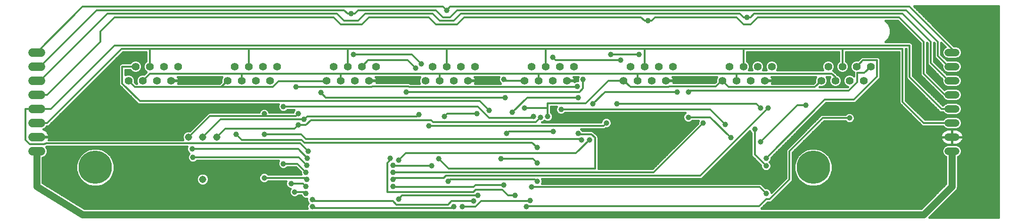
<source format=gbl>
G75*
%MOIN*%
%OFA0B0*%
%FSLAX24Y24*%
%IPPOS*%
%LPD*%
%AMOC8*
5,1,8,0,0,1.08239X$1,22.5*
%
%ADD10C,0.0554*%
%ADD11C,0.0520*%
%ADD12C,0.0600*%
%ADD13C,0.0515*%
%ADD14C,0.0160*%
%ADD15C,0.0400*%
%ADD16C,0.0140*%
%ADD17C,0.0120*%
%ADD18C,0.0390*%
%ADD19C,0.0396*%
%ADD20C,0.0500*%
%ADD21C,0.2362*%
D10*
X013583Y010180D03*
X014583Y010180D03*
X015583Y010180D03*
X016583Y010180D03*
X016083Y011180D03*
X017083Y011180D03*
X015083Y011180D03*
X014083Y011180D03*
X020583Y010180D03*
X021583Y010180D03*
X022583Y010180D03*
X023583Y010180D03*
X023083Y011180D03*
X022083Y011180D03*
X021083Y011180D03*
X024083Y011180D03*
X027583Y010180D03*
X028583Y010180D03*
X029583Y010180D03*
X030583Y010180D03*
X030083Y011180D03*
X029083Y011180D03*
X028083Y011180D03*
X031083Y011180D03*
X034583Y010180D03*
X035583Y010180D03*
X036583Y010180D03*
X037583Y010180D03*
X037083Y011180D03*
X038083Y011180D03*
X036083Y011180D03*
X035083Y011180D03*
X041583Y010180D03*
X042583Y010180D03*
X043583Y010180D03*
X044583Y010180D03*
X044083Y011180D03*
X045083Y011180D03*
X043083Y011180D03*
X042083Y011180D03*
X048583Y010180D03*
X049583Y010180D03*
X050583Y010180D03*
X051583Y010180D03*
X051083Y011180D03*
X050083Y011180D03*
X049083Y011180D03*
X052083Y011180D03*
X055583Y010180D03*
X056583Y010180D03*
X057583Y010180D03*
X058583Y010180D03*
X058083Y011180D03*
X057083Y011180D03*
X056083Y011180D03*
X059083Y011180D03*
X062583Y010180D03*
X063583Y010180D03*
X064583Y010180D03*
X065583Y010180D03*
X065083Y011180D03*
X066083Y011180D03*
X064083Y011180D03*
X063083Y011180D03*
D11*
X071573Y011180D02*
X072093Y011180D01*
X072093Y012180D02*
X071573Y012180D01*
X071573Y010180D02*
X072093Y010180D01*
X072093Y009180D02*
X071573Y009180D01*
X071573Y008180D02*
X072093Y008180D01*
X072093Y007180D02*
X071573Y007180D01*
X071573Y006180D02*
X072093Y006180D01*
X072093Y005180D02*
X071573Y005180D01*
D12*
X007383Y005180D02*
X006783Y005180D01*
X006783Y006180D02*
X007383Y006180D01*
X007383Y007180D02*
X006783Y007180D01*
X006783Y008180D02*
X007383Y008180D01*
X007383Y009180D02*
X006783Y009180D01*
X006783Y010180D02*
X007383Y010180D01*
X007383Y011180D02*
X006783Y011180D01*
X006783Y012180D02*
X007383Y012180D01*
D13*
X017833Y006180D03*
X018833Y006180D03*
X019833Y006180D03*
X018833Y003180D03*
D14*
X024882Y002558D02*
X008103Y002558D01*
X007845Y002716D02*
X010841Y002716D01*
X010713Y002750D02*
X011060Y002657D01*
X011418Y002657D01*
X011764Y002750D01*
X012075Y002929D01*
X012328Y003183D01*
X012507Y003493D01*
X012600Y003839D01*
X012600Y004198D01*
X012507Y004544D01*
X012328Y004854D01*
X012075Y005108D01*
X011764Y005287D01*
X011418Y005380D01*
X011060Y005380D01*
X010713Y005287D01*
X010403Y005108D01*
X010150Y004854D01*
X009970Y004544D01*
X009878Y004198D01*
X009878Y003839D01*
X009970Y003493D01*
X010150Y003183D01*
X010403Y002929D01*
X010713Y002750D01*
X010498Y002875D02*
X007588Y002875D01*
X007513Y002920D02*
X007513Y004714D01*
X007655Y004773D01*
X007790Y004908D01*
X007863Y005085D01*
X007863Y005275D01*
X007790Y005452D01*
X007764Y005478D01*
X007813Y005490D01*
X017744Y005490D01*
X017708Y005405D01*
X017708Y005255D01*
X017765Y005118D01*
X017871Y005012D01*
X017881Y005008D01*
X017815Y004942D01*
X017758Y004805D01*
X017758Y004655D01*
X017815Y004518D01*
X017921Y004412D01*
X018059Y004355D01*
X018208Y004355D01*
X018346Y004412D01*
X018424Y004490D01*
X024214Y004490D01*
X024158Y004355D01*
X024158Y004205D01*
X024215Y004068D01*
X024321Y003962D01*
X024459Y003905D01*
X024608Y003905D01*
X024746Y003962D01*
X024824Y004040D01*
X025434Y004040D01*
X025758Y003716D01*
X025758Y003605D01*
X025794Y003520D01*
X023474Y003520D01*
X023396Y003598D01*
X023258Y003655D01*
X023109Y003655D01*
X022971Y003598D01*
X022865Y003492D01*
X022808Y003355D01*
X022808Y003205D01*
X022865Y003068D01*
X022971Y002962D01*
X023109Y002905D01*
X023258Y002905D01*
X023396Y002962D01*
X023474Y003040D01*
X024744Y003040D01*
X024708Y002955D01*
X024708Y002805D01*
X024765Y002668D01*
X024871Y002562D01*
X025009Y002505D01*
X025028Y002505D01*
X025015Y002492D01*
X024958Y002355D01*
X024958Y002205D01*
X025015Y002068D01*
X025121Y001962D01*
X025259Y001905D01*
X025408Y001905D01*
X025546Y001962D01*
X025624Y002040D01*
X025785Y002040D01*
X025815Y001968D01*
X025921Y001862D01*
X026059Y001805D01*
X026208Y001805D01*
X026209Y001805D01*
X026208Y001805D01*
X026208Y001655D01*
X026265Y001518D01*
X026303Y001480D01*
X026265Y001442D01*
X026208Y001305D01*
X026208Y001155D01*
X026227Y001110D01*
X010455Y001110D01*
X007513Y002920D01*
X007513Y003033D02*
X010300Y003033D01*
X010145Y003192D02*
X007513Y003192D01*
X007513Y003350D02*
X010053Y003350D01*
X009966Y003509D02*
X007513Y003509D01*
X007513Y003667D02*
X009924Y003667D01*
X009881Y003826D02*
X007513Y003826D01*
X007513Y003984D02*
X009878Y003984D01*
X009878Y004143D02*
X007513Y004143D01*
X007513Y004301D02*
X009905Y004301D01*
X009948Y004460D02*
X007513Y004460D01*
X007513Y004618D02*
X010013Y004618D01*
X010105Y004777D02*
X007659Y004777D01*
X007801Y004935D02*
X010230Y004935D01*
X010389Y005094D02*
X007863Y005094D01*
X007863Y005252D02*
X010653Y005252D01*
X011825Y005252D02*
X017710Y005252D01*
X017711Y005411D02*
X007807Y005411D01*
X007925Y005970D02*
X007949Y006044D01*
X007963Y006134D01*
X007963Y006160D01*
X007103Y006160D01*
X007103Y006200D01*
X007963Y006200D01*
X007963Y006226D01*
X007949Y006316D01*
X007921Y006403D01*
X007879Y006484D01*
X007826Y006558D01*
X007761Y006622D01*
X007687Y006676D01*
X007606Y006718D01*
X007558Y006733D01*
X007655Y006773D01*
X007790Y006908D01*
X007803Y006940D01*
X007881Y006940D01*
X007969Y006977D01*
X013183Y012190D01*
X014843Y012190D01*
X014843Y011575D01*
X014824Y011568D01*
X014696Y011439D01*
X014626Y011271D01*
X014626Y011089D01*
X014696Y010921D01*
X014824Y010792D01*
X014847Y010783D01*
X014693Y010629D01*
X014674Y010637D01*
X014492Y010637D01*
X014324Y010568D01*
X014196Y010439D01*
X014126Y010271D01*
X014126Y010089D01*
X014175Y009970D01*
X014133Y009970D01*
X014033Y010070D01*
X014040Y010089D01*
X014040Y010271D01*
X013971Y010439D01*
X013842Y010568D01*
X013674Y010637D01*
X013492Y010637D01*
X013373Y010588D01*
X013373Y010940D01*
X013688Y010940D01*
X013696Y010921D01*
X013824Y010792D01*
X013992Y010723D01*
X014174Y010723D01*
X014342Y010792D01*
X014471Y010921D01*
X014540Y011089D01*
X014540Y011271D01*
X014471Y011439D01*
X014342Y011568D01*
X014174Y011637D01*
X013992Y011637D01*
X013824Y011568D01*
X013696Y011439D01*
X013688Y011420D01*
X013086Y011420D01*
X012997Y011383D01*
X012930Y011316D01*
X012893Y011228D01*
X012893Y009932D01*
X012930Y009844D01*
X012997Y009777D01*
X014247Y008527D01*
X014336Y008490D01*
X024194Y008490D01*
X024158Y008405D01*
X024158Y008255D01*
X024215Y008118D01*
X024321Y008012D01*
X024459Y007955D01*
X024608Y007955D01*
X024746Y008012D01*
X024824Y008090D01*
X025313Y008090D01*
X025265Y008042D01*
X025215Y007920D01*
X023552Y007920D01*
X023501Y008042D01*
X023396Y008148D01*
X023258Y008205D01*
X023109Y008205D01*
X022971Y008148D01*
X022865Y008042D01*
X022815Y007920D01*
X019381Y007920D01*
X019286Y007920D01*
X019197Y007883D01*
X017928Y006614D01*
X017920Y006617D01*
X017746Y006617D01*
X017586Y006551D01*
X017462Y006428D01*
X017396Y006267D01*
X017396Y006093D01*
X017447Y005970D01*
X007925Y005970D01*
X007949Y006045D02*
X017416Y006045D01*
X017396Y006203D02*
X007963Y006203D01*
X007934Y006362D02*
X017435Y006362D01*
X017555Y006520D02*
X007853Y006520D01*
X007683Y006679D02*
X017992Y006679D01*
X018151Y006837D02*
X007719Y006837D01*
X007988Y006996D02*
X018309Y006996D01*
X018468Y007154D02*
X008147Y007154D01*
X008305Y007313D02*
X018626Y007313D01*
X018785Y007471D02*
X008464Y007471D01*
X008622Y007630D02*
X018943Y007630D01*
X019102Y007788D02*
X008781Y007788D01*
X008939Y007947D02*
X022826Y007947D01*
X022928Y008105D02*
X009098Y008105D01*
X009256Y008264D02*
X024158Y008264D01*
X024166Y008422D02*
X009415Y008422D01*
X009573Y008581D02*
X014193Y008581D01*
X014035Y008739D02*
X009732Y008739D01*
X009890Y008898D02*
X013876Y008898D01*
X013718Y009056D02*
X010049Y009056D01*
X010207Y009215D02*
X013559Y009215D01*
X013401Y009373D02*
X010366Y009373D01*
X010524Y009532D02*
X013242Y009532D01*
X013084Y009690D02*
X010683Y009690D01*
X010841Y009849D02*
X012928Y009849D01*
X012893Y010007D02*
X011000Y010007D01*
X011158Y010166D02*
X012893Y010166D01*
X012893Y010324D02*
X011317Y010324D01*
X011475Y010483D02*
X012893Y010483D01*
X012893Y010641D02*
X011634Y010641D01*
X011792Y010800D02*
X012893Y010800D01*
X012893Y010958D02*
X011951Y010958D01*
X012109Y011117D02*
X012893Y011117D01*
X012913Y011275D02*
X012268Y011275D01*
X012426Y011434D02*
X013694Y011434D01*
X013883Y011592D02*
X012585Y011592D01*
X012743Y011751D02*
X014843Y011751D01*
X014843Y011909D02*
X012902Y011909D01*
X013060Y012068D02*
X014843Y012068D01*
X014843Y011592D02*
X014283Y011592D01*
X014473Y011434D02*
X014694Y011434D01*
X014628Y011275D02*
X014539Y011275D01*
X014540Y011117D02*
X014626Y011117D01*
X014680Y010958D02*
X014486Y010958D01*
X014349Y010800D02*
X014817Y010800D01*
X014705Y010641D02*
X013373Y010641D01*
X013373Y010800D02*
X013817Y010800D01*
X013927Y010483D02*
X014239Y010483D01*
X014148Y010324D02*
X014019Y010324D01*
X014040Y010166D02*
X014126Y010166D01*
X014096Y010007D02*
X014160Y010007D01*
X016592Y010171D02*
X016592Y010189D01*
X017140Y010189D01*
X017140Y010224D01*
X017127Y010310D01*
X017100Y010394D01*
X017076Y010440D01*
X020197Y010440D01*
X020196Y010439D01*
X020126Y010271D01*
X020126Y010089D01*
X020134Y010070D01*
X020034Y009970D01*
X017101Y009970D01*
X017127Y010050D01*
X017140Y010136D01*
X017140Y010171D01*
X016592Y010171D01*
X017113Y010007D02*
X020071Y010007D01*
X020126Y010166D02*
X017140Y010166D01*
X017122Y010324D02*
X020148Y010324D01*
X023439Y008105D02*
X024228Y008105D01*
X023541Y007947D02*
X025226Y007947D01*
X031117Y010020D02*
X031127Y010050D01*
X031140Y010136D01*
X031140Y010171D01*
X030592Y010171D01*
X030592Y010189D01*
X031140Y010189D01*
X031140Y010224D01*
X031127Y010310D01*
X031100Y010394D01*
X031076Y010440D01*
X034197Y010440D01*
X034196Y010439D01*
X034126Y010271D01*
X034126Y010089D01*
X034175Y009970D01*
X033533Y009970D01*
X033519Y009983D01*
X033431Y010020D01*
X031117Y010020D01*
X031140Y010166D02*
X034126Y010166D01*
X034148Y010324D02*
X031122Y010324D01*
X033462Y010007D02*
X034160Y010007D01*
X037592Y010171D02*
X037592Y010189D01*
X038140Y010189D01*
X038140Y010224D01*
X038127Y010310D01*
X038100Y010394D01*
X038076Y010440D01*
X039794Y010440D01*
X039758Y010355D01*
X039758Y010205D01*
X039815Y010068D01*
X039913Y009970D01*
X038101Y009970D01*
X038127Y010050D01*
X038140Y010136D01*
X038140Y010171D01*
X037592Y010171D01*
X038113Y010007D02*
X039876Y010007D01*
X039775Y010166D02*
X038140Y010166D01*
X038122Y010324D02*
X039758Y010324D01*
X044592Y010189D02*
X045140Y010189D01*
X045140Y010224D01*
X045127Y010310D01*
X045100Y010394D01*
X045076Y010440D01*
X045394Y010440D01*
X045358Y010355D01*
X045358Y010205D01*
X045379Y010155D01*
X045259Y010155D01*
X045135Y010104D01*
X045140Y010136D01*
X045140Y010171D01*
X044592Y010171D01*
X044592Y010189D01*
X045122Y010324D02*
X045358Y010324D01*
X045375Y010166D02*
X045140Y010166D01*
X043864Y008340D02*
X043808Y008205D01*
X043808Y008055D01*
X043865Y007918D01*
X043971Y007812D01*
X044109Y007755D01*
X044258Y007755D01*
X044396Y007812D01*
X044474Y007890D01*
X052963Y007890D01*
X052865Y007792D01*
X052808Y007655D01*
X052808Y007505D01*
X052865Y007368D01*
X052971Y007262D01*
X053109Y007205D01*
X053258Y007205D01*
X053396Y007262D01*
X053474Y007340D01*
X053894Y007340D01*
X053858Y007255D01*
X053858Y007144D01*
X050634Y003920D01*
X046823Y003920D01*
X046823Y006178D01*
X046787Y006266D01*
X046719Y006333D01*
X046469Y006583D01*
X046381Y006620D01*
X045711Y006620D01*
X045701Y006642D01*
X045604Y006740D01*
X047231Y006740D01*
X047319Y006777D01*
X047348Y006805D01*
X047458Y006805D01*
X047596Y006862D01*
X047701Y006968D01*
X047758Y007105D01*
X047758Y007255D01*
X047701Y007392D01*
X047596Y007498D01*
X047458Y007555D01*
X047309Y007555D01*
X047171Y007498D01*
X047065Y007392D01*
X047008Y007255D01*
X047008Y007220D01*
X042844Y007220D01*
X042946Y007262D01*
X043008Y007325D01*
X043021Y007312D01*
X043159Y007255D01*
X043308Y007255D01*
X043446Y007312D01*
X043551Y007418D01*
X043608Y007555D01*
X043608Y007705D01*
X043551Y007842D01*
X043473Y007920D01*
X043473Y008340D01*
X043864Y008340D01*
X043833Y008264D02*
X043473Y008264D01*
X043473Y008105D02*
X043808Y008105D01*
X043853Y007947D02*
X043473Y007947D01*
X043574Y007788D02*
X044029Y007788D01*
X044338Y007788D02*
X052864Y007788D01*
X052808Y007630D02*
X043608Y007630D01*
X043573Y007471D02*
X047144Y007471D01*
X047032Y007313D02*
X043446Y007313D01*
X043020Y007313D02*
X042996Y007313D01*
X045665Y006679D02*
X053392Y006679D01*
X053551Y006837D02*
X047535Y006837D01*
X047713Y006996D02*
X053709Y006996D01*
X053858Y007154D02*
X047758Y007154D01*
X047734Y007313D02*
X052920Y007313D01*
X052823Y007471D02*
X047623Y007471D01*
X046533Y006520D02*
X053234Y006520D01*
X053075Y006362D02*
X046691Y006362D01*
X046719Y006333D02*
X046719Y006333D01*
X046813Y006203D02*
X052917Y006203D01*
X052758Y006045D02*
X046823Y006045D01*
X046823Y005886D02*
X052600Y005886D01*
X052441Y005728D02*
X046823Y005728D01*
X046823Y005569D02*
X052283Y005569D01*
X052124Y005411D02*
X046823Y005411D01*
X046823Y005252D02*
X051966Y005252D01*
X051807Y005094D02*
X046823Y005094D01*
X046823Y004935D02*
X051649Y004935D01*
X051490Y004777D02*
X046823Y004777D01*
X046823Y004618D02*
X051332Y004618D01*
X051173Y004460D02*
X046823Y004460D01*
X046823Y004301D02*
X051015Y004301D01*
X050856Y004143D02*
X046823Y004143D01*
X046823Y003984D02*
X050698Y003984D01*
X054081Y003190D02*
X054169Y003227D01*
X057535Y006592D01*
X057565Y006518D01*
X057643Y006440D01*
X057643Y004882D01*
X057680Y004794D01*
X057747Y004727D01*
X058308Y004166D01*
X058308Y004055D01*
X058365Y003918D01*
X058471Y003812D01*
X058609Y003755D01*
X058758Y003755D01*
X058896Y003812D01*
X059001Y003918D01*
X059058Y004055D01*
X059058Y004205D01*
X059001Y004342D01*
X058939Y004405D01*
X059001Y004468D01*
X059058Y004605D01*
X059058Y004716D01*
X062933Y008590D01*
X064931Y008590D01*
X065019Y008627D01*
X066669Y010277D01*
X066737Y010344D01*
X066773Y010432D01*
X066773Y011678D01*
X066737Y011766D01*
X066669Y011833D01*
X066581Y011870D01*
X065486Y011870D01*
X065397Y011833D01*
X065193Y011629D01*
X065174Y011637D01*
X064992Y011637D01*
X064824Y011568D01*
X064696Y011439D01*
X064626Y011271D01*
X064626Y011089D01*
X064696Y010921D01*
X064824Y010792D01*
X064893Y010764D01*
X064893Y010517D01*
X064842Y010568D01*
X064674Y010637D01*
X064492Y010637D01*
X064324Y010568D01*
X064196Y010439D01*
X064126Y010271D01*
X064126Y010089D01*
X064196Y009921D01*
X064324Y009792D01*
X064453Y009739D01*
X064434Y009720D01*
X062463Y009720D01*
X062473Y009731D01*
X062492Y009723D01*
X062674Y009723D01*
X062842Y009792D01*
X062971Y009921D01*
X063040Y010089D01*
X063040Y010271D01*
X062971Y010439D01*
X062970Y010440D01*
X063197Y010440D01*
X063196Y010439D01*
X063126Y010271D01*
X063126Y010089D01*
X063196Y009921D01*
X063324Y009792D01*
X063492Y009723D01*
X063674Y009723D01*
X063842Y009792D01*
X063971Y009921D01*
X064040Y010089D01*
X064040Y010271D01*
X063971Y010439D01*
X063842Y010568D01*
X063745Y010608D01*
X063719Y010633D01*
X063469Y010883D01*
X063444Y010894D01*
X063471Y010921D01*
X063540Y011089D01*
X063540Y011271D01*
X063471Y011439D01*
X063342Y011568D01*
X063174Y011637D01*
X062992Y011637D01*
X062824Y011568D01*
X062696Y011439D01*
X062626Y011271D01*
X062626Y011089D01*
X062696Y010921D01*
X062697Y010920D01*
X059470Y010920D01*
X059471Y010921D01*
X059540Y011089D01*
X059540Y011271D01*
X059471Y011439D01*
X059342Y011568D01*
X059174Y011637D01*
X058992Y011637D01*
X058824Y011568D01*
X058696Y011439D01*
X058626Y011271D01*
X058626Y011089D01*
X058696Y010921D01*
X058697Y010920D01*
X058470Y010920D01*
X058471Y010921D01*
X058540Y011089D01*
X058540Y011271D01*
X058471Y011439D01*
X058342Y011568D01*
X058174Y011637D01*
X057992Y011637D01*
X057824Y011568D01*
X057696Y011439D01*
X057626Y011271D01*
X057626Y011089D01*
X057696Y010921D01*
X057697Y010920D01*
X057470Y010920D01*
X057471Y010921D01*
X057540Y011089D01*
X057540Y011271D01*
X057471Y011439D01*
X057342Y011568D01*
X057323Y011575D01*
X057323Y012190D01*
X063843Y012190D01*
X063843Y011575D01*
X063824Y011568D01*
X063696Y011439D01*
X063626Y011271D01*
X063626Y011089D01*
X063696Y010921D01*
X063824Y010792D01*
X063992Y010723D01*
X064174Y010723D01*
X064342Y010792D01*
X064471Y010921D01*
X064540Y011089D01*
X064540Y011271D01*
X064471Y011439D01*
X064342Y011568D01*
X064323Y011575D01*
X064323Y012190D01*
X068093Y012190D01*
X068093Y008632D01*
X068130Y008544D01*
X069630Y007044D01*
X069697Y006977D01*
X069786Y006940D01*
X071196Y006940D01*
X071200Y006931D01*
X071324Y006807D01*
X071486Y006740D01*
X072181Y006740D01*
X072343Y006807D01*
X072466Y006931D01*
X072533Y007092D01*
X072533Y007268D01*
X072466Y007429D01*
X072343Y007553D01*
X072181Y007620D01*
X071486Y007620D01*
X071324Y007553D01*
X071200Y007429D01*
X071196Y007420D01*
X069933Y007420D01*
X068573Y008779D01*
X068573Y012440D01*
X068593Y012440D01*
X068593Y010382D01*
X068630Y010294D01*
X070880Y008044D01*
X070947Y007977D01*
X071036Y007940D01*
X071196Y007940D01*
X071200Y007931D01*
X071324Y007807D01*
X071486Y007740D01*
X072181Y007740D01*
X072343Y007807D01*
X072466Y007931D01*
X072533Y008092D01*
X072533Y008268D01*
X072466Y008429D01*
X072343Y008553D01*
X072181Y008620D01*
X071486Y008620D01*
X071324Y008553D01*
X071200Y008429D01*
X071196Y008420D01*
X071183Y008420D01*
X069073Y010529D01*
X069073Y012728D01*
X069037Y012816D01*
X068969Y012883D01*
X068881Y012920D01*
X067124Y012920D01*
X067363Y013159D01*
X067503Y013497D01*
X067503Y013863D01*
X067363Y014201D01*
X067124Y014440D01*
X067984Y014440D01*
X069593Y012831D01*
X069593Y010632D01*
X069630Y010544D01*
X071130Y009044D01*
X071170Y009004D01*
X071200Y008931D01*
X071324Y008807D01*
X071486Y008740D01*
X072181Y008740D01*
X072343Y008807D01*
X072466Y008931D01*
X072533Y009092D01*
X072533Y009268D01*
X072466Y009429D01*
X072343Y009553D01*
X072181Y009620D01*
X071486Y009620D01*
X071324Y009553D01*
X071312Y009541D01*
X070073Y010779D01*
X070073Y012851D01*
X070093Y012831D01*
X070093Y011382D01*
X070130Y011294D01*
X071140Y010284D01*
X071133Y010268D01*
X071133Y010092D01*
X071200Y009931D01*
X071324Y009807D01*
X071486Y009740D01*
X072181Y009740D01*
X072343Y009807D01*
X072466Y009931D01*
X072533Y010092D01*
X072533Y010268D01*
X072466Y010429D01*
X072343Y010553D01*
X072181Y010620D01*
X071486Y010620D01*
X071484Y010619D01*
X070573Y011529D01*
X070573Y012851D01*
X070593Y012831D01*
X070593Y011882D01*
X070630Y011794D01*
X070697Y011727D01*
X070697Y011727D01*
X071140Y011284D01*
X071133Y011268D01*
X071133Y011092D01*
X071200Y010931D01*
X071324Y010807D01*
X071486Y010740D01*
X072181Y010740D01*
X072343Y010807D01*
X072466Y010931D01*
X072533Y011092D01*
X072533Y011268D01*
X072466Y011429D01*
X072343Y011553D01*
X072181Y011620D01*
X071486Y011620D01*
X071484Y011619D01*
X071073Y012029D01*
X071073Y012851D01*
X071357Y012567D01*
X071324Y012553D01*
X071200Y012429D01*
X071133Y012268D01*
X071133Y012092D01*
X071200Y011931D01*
X071324Y011807D01*
X071486Y011740D01*
X072181Y011740D01*
X072343Y011807D01*
X072466Y011931D01*
X072533Y012092D01*
X072533Y012268D01*
X072466Y012429D01*
X072343Y012553D01*
X072181Y012620D01*
X071983Y012620D01*
X071969Y012633D01*
X069152Y015451D01*
X075132Y015451D01*
X075132Y000460D01*
X070221Y000460D01*
X072077Y002315D01*
X072198Y002436D01*
X072263Y002594D01*
X072263Y004774D01*
X072343Y004807D01*
X072466Y004931D01*
X072533Y005092D01*
X072533Y005268D01*
X072466Y005429D01*
X072343Y005553D01*
X072181Y005620D01*
X071486Y005620D01*
X071324Y005553D01*
X071200Y005429D01*
X071133Y005268D01*
X071133Y005092D01*
X071200Y004931D01*
X071324Y004807D01*
X071403Y004774D01*
X071403Y002858D01*
X069655Y001110D01*
X058353Y001110D01*
X058783Y001540D01*
X058981Y001540D01*
X059069Y001577D01*
X060469Y002977D01*
X060537Y003044D01*
X060573Y003132D01*
X060573Y005081D01*
X062783Y007290D01*
X064293Y007290D01*
X064371Y007212D01*
X064509Y007155D01*
X064658Y007155D01*
X064796Y007212D01*
X064901Y007318D01*
X064958Y007455D01*
X064958Y007605D01*
X064901Y007742D01*
X064796Y007848D01*
X064658Y007905D01*
X064509Y007905D01*
X064371Y007848D01*
X064293Y007770D01*
X062636Y007770D01*
X062547Y007733D01*
X060130Y005316D01*
X060093Y005228D01*
X060093Y003279D01*
X059058Y002244D01*
X059058Y002255D01*
X059001Y002392D01*
X058896Y002498D01*
X058758Y002555D01*
X058648Y002555D01*
X058437Y002766D01*
X058369Y002833D01*
X058281Y002870D01*
X042823Y002870D01*
X042858Y002955D01*
X042858Y003105D01*
X042823Y003190D01*
X054081Y003190D01*
X054085Y003192D02*
X060005Y003192D01*
X060093Y003350D02*
X054293Y003350D01*
X054451Y003509D02*
X060093Y003509D01*
X060093Y003667D02*
X054610Y003667D01*
X054768Y003826D02*
X058457Y003826D01*
X058338Y003984D02*
X054927Y003984D01*
X055085Y004143D02*
X058308Y004143D01*
X058173Y004301D02*
X055244Y004301D01*
X055402Y004460D02*
X058014Y004460D01*
X057856Y004618D02*
X055561Y004618D01*
X055719Y004777D02*
X057697Y004777D01*
X057643Y004935D02*
X055878Y004935D01*
X056036Y005094D02*
X057643Y005094D01*
X057643Y005252D02*
X056195Y005252D01*
X056353Y005411D02*
X057643Y005411D01*
X057643Y005569D02*
X056512Y005569D01*
X056670Y005728D02*
X057643Y005728D01*
X057643Y005886D02*
X056829Y005886D01*
X056987Y006045D02*
X057643Y006045D01*
X057643Y006203D02*
X057146Y006203D01*
X057304Y006362D02*
X057643Y006362D01*
X057564Y006520D02*
X057463Y006520D01*
X060229Y005886D02*
X060700Y005886D01*
X060858Y006045D02*
X060387Y006045D01*
X060546Y006203D02*
X061017Y006203D01*
X061175Y006362D02*
X060704Y006362D01*
X060863Y006520D02*
X061334Y006520D01*
X061492Y006679D02*
X061021Y006679D01*
X061180Y006837D02*
X061651Y006837D01*
X061809Y006996D02*
X061338Y006996D01*
X061497Y007154D02*
X061968Y007154D01*
X062126Y007313D02*
X061655Y007313D01*
X061814Y007471D02*
X062285Y007471D01*
X062443Y007630D02*
X061972Y007630D01*
X062131Y007788D02*
X064311Y007788D01*
X064856Y007788D02*
X068886Y007788D01*
X069044Y007630D02*
X064948Y007630D01*
X064958Y007471D02*
X069203Y007471D01*
X069361Y007313D02*
X064896Y007313D01*
X062647Y007154D02*
X069520Y007154D01*
X069678Y006996D02*
X062488Y006996D01*
X062330Y006837D02*
X071294Y006837D01*
X071366Y006680D02*
X071290Y006642D01*
X071222Y006592D01*
X071161Y006532D01*
X071111Y006463D01*
X071073Y006387D01*
X071047Y006306D01*
X071033Y006222D01*
X071033Y006180D01*
X071033Y006138D01*
X071047Y006054D01*
X071073Y005973D01*
X071111Y005897D01*
X071161Y005828D01*
X071222Y005768D01*
X071290Y005718D01*
X071366Y005680D01*
X071447Y005653D01*
X071531Y005640D01*
X071833Y005640D01*
X071833Y006180D01*
X071033Y006180D01*
X071833Y006180D01*
X071833Y006180D01*
X071833Y006180D01*
X071833Y006720D01*
X071531Y006720D01*
X071447Y006707D01*
X071366Y006680D01*
X071362Y006679D02*
X062171Y006679D01*
X062013Y006520D02*
X071153Y006520D01*
X071065Y006362D02*
X061854Y006362D01*
X061696Y006203D02*
X071033Y006203D01*
X071050Y006045D02*
X061537Y006045D01*
X061379Y005886D02*
X071119Y005886D01*
X071277Y005728D02*
X061220Y005728D01*
X061062Y005569D02*
X071363Y005569D01*
X071193Y005411D02*
X060903Y005411D01*
X060745Y005252D02*
X061440Y005252D01*
X061501Y005287D02*
X061191Y005108D01*
X060937Y004854D01*
X060758Y004544D01*
X060665Y004198D01*
X060665Y003839D01*
X060758Y003493D01*
X060937Y003183D01*
X061191Y002929D01*
X061501Y002750D01*
X061847Y002657D01*
X062205Y002657D01*
X062552Y002750D01*
X062862Y002929D01*
X063115Y003183D01*
X063295Y003493D01*
X063387Y003839D01*
X063387Y004198D01*
X063295Y004544D01*
X063115Y004854D01*
X062862Y005108D01*
X062552Y005287D01*
X062205Y005380D01*
X061847Y005380D01*
X061501Y005287D01*
X061176Y005094D02*
X060586Y005094D01*
X060573Y004935D02*
X061018Y004935D01*
X060892Y004777D02*
X060573Y004777D01*
X060573Y004618D02*
X060801Y004618D01*
X060735Y004460D02*
X060573Y004460D01*
X060573Y004301D02*
X060693Y004301D01*
X060665Y004143D02*
X060573Y004143D01*
X060573Y003984D02*
X060665Y003984D01*
X060669Y003826D02*
X060573Y003826D01*
X060573Y003667D02*
X060711Y003667D01*
X060754Y003509D02*
X060573Y003509D01*
X060573Y003350D02*
X060841Y003350D01*
X060932Y003192D02*
X060573Y003192D01*
X060526Y003033D02*
X061087Y003033D01*
X061286Y002875D02*
X060367Y002875D01*
X060209Y002716D02*
X061629Y002716D01*
X062424Y002716D02*
X071261Y002716D01*
X071403Y002875D02*
X062767Y002875D01*
X062966Y003033D02*
X071403Y003033D01*
X071403Y003192D02*
X063120Y003192D01*
X063212Y003350D02*
X071403Y003350D01*
X071403Y003509D02*
X063299Y003509D01*
X063341Y003667D02*
X071403Y003667D01*
X071403Y003826D02*
X063384Y003826D01*
X063387Y003984D02*
X071403Y003984D01*
X071403Y004143D02*
X063387Y004143D01*
X063360Y004301D02*
X071403Y004301D01*
X071403Y004460D02*
X063317Y004460D01*
X063252Y004618D02*
X071403Y004618D01*
X071398Y004777D02*
X063160Y004777D01*
X063035Y004935D02*
X071199Y004935D01*
X071133Y005094D02*
X062876Y005094D01*
X062612Y005252D02*
X071133Y005252D01*
X072474Y005411D02*
X075132Y005411D01*
X075132Y005569D02*
X072304Y005569D01*
X072301Y005680D02*
X072376Y005718D01*
X072445Y005768D01*
X072505Y005828D01*
X072555Y005897D01*
X072594Y005973D01*
X072620Y006054D01*
X072633Y006138D01*
X072633Y006180D01*
X072633Y006222D01*
X072620Y006306D01*
X072594Y006387D01*
X072555Y006463D01*
X072505Y006532D01*
X072445Y006592D01*
X072376Y006642D01*
X072301Y006680D01*
X072220Y006707D01*
X072136Y006720D01*
X071833Y006720D01*
X071833Y006180D01*
X071833Y006180D01*
X071833Y005640D01*
X072136Y005640D01*
X072220Y005653D01*
X072301Y005680D01*
X072389Y005728D02*
X075132Y005728D01*
X075132Y005886D02*
X072547Y005886D01*
X072617Y006045D02*
X075132Y006045D01*
X075132Y006203D02*
X072633Y006203D01*
X072633Y006180D02*
X071833Y006180D01*
X071833Y006180D01*
X072633Y006180D01*
X072602Y006362D02*
X075132Y006362D01*
X075132Y006520D02*
X072514Y006520D01*
X072304Y006679D02*
X075132Y006679D01*
X075132Y006837D02*
X072373Y006837D01*
X072493Y006996D02*
X075132Y006996D01*
X075132Y007154D02*
X072533Y007154D01*
X072515Y007313D02*
X075132Y007313D01*
X075132Y007471D02*
X072425Y007471D01*
X071242Y007471D02*
X069882Y007471D01*
X069723Y007630D02*
X075132Y007630D01*
X075132Y007788D02*
X072297Y007788D01*
X072473Y007947D02*
X075132Y007947D01*
X075132Y008105D02*
X072533Y008105D01*
X072533Y008264D02*
X075132Y008264D01*
X075132Y008422D02*
X072469Y008422D01*
X072276Y008581D02*
X075132Y008581D01*
X075132Y008739D02*
X070864Y008739D01*
X071022Y008581D02*
X071390Y008581D01*
X071197Y008422D02*
X071181Y008422D01*
X070660Y008264D02*
X069089Y008264D01*
X068931Y008422D02*
X070502Y008422D01*
X070343Y008581D02*
X068772Y008581D01*
X068614Y008739D02*
X070185Y008739D01*
X070026Y008898D02*
X068573Y008898D01*
X068573Y009056D02*
X069868Y009056D01*
X069709Y009215D02*
X068573Y009215D01*
X068573Y009373D02*
X069551Y009373D01*
X069392Y009532D02*
X068573Y009532D01*
X068573Y009690D02*
X069234Y009690D01*
X069075Y009849D02*
X068573Y009849D01*
X068573Y010007D02*
X068917Y010007D01*
X068758Y010166D02*
X068573Y010166D01*
X068573Y010324D02*
X068617Y010324D01*
X068593Y010483D02*
X068573Y010483D01*
X068573Y010641D02*
X068593Y010641D01*
X068593Y010800D02*
X068573Y010800D01*
X068573Y010958D02*
X068593Y010958D01*
X068593Y011117D02*
X068573Y011117D01*
X068573Y011275D02*
X068593Y011275D01*
X068593Y011434D02*
X068573Y011434D01*
X068573Y011592D02*
X068593Y011592D01*
X068593Y011751D02*
X068573Y011751D01*
X068573Y011909D02*
X068593Y011909D01*
X068593Y012068D02*
X068573Y012068D01*
X068573Y012226D02*
X068593Y012226D01*
X068593Y012385D02*
X068573Y012385D01*
X069073Y012385D02*
X069593Y012385D01*
X069593Y012543D02*
X069073Y012543D01*
X069073Y012702D02*
X069593Y012702D01*
X069564Y012860D02*
X068993Y012860D01*
X069247Y013177D02*
X067371Y013177D01*
X067436Y013336D02*
X069088Y013336D01*
X068930Y013494D02*
X067502Y013494D01*
X067503Y013653D02*
X068771Y013653D01*
X068613Y013811D02*
X067503Y013811D01*
X067459Y013970D02*
X068454Y013970D01*
X068296Y014128D02*
X067394Y014128D01*
X067278Y014287D02*
X068137Y014287D01*
X069841Y014762D02*
X075132Y014762D01*
X075132Y014604D02*
X069999Y014604D01*
X070158Y014445D02*
X075132Y014445D01*
X075132Y014287D02*
X070316Y014287D01*
X070475Y014128D02*
X075132Y014128D01*
X075132Y013970D02*
X070633Y013970D01*
X070792Y013811D02*
X075132Y013811D01*
X075132Y013653D02*
X070950Y013653D01*
X071109Y013494D02*
X075132Y013494D01*
X075132Y013336D02*
X071267Y013336D01*
X071426Y013177D02*
X075132Y013177D01*
X075132Y013019D02*
X071584Y013019D01*
X071743Y012860D02*
X075132Y012860D01*
X075132Y012702D02*
X071901Y012702D01*
X072353Y012543D02*
X075132Y012543D01*
X075132Y012385D02*
X072485Y012385D01*
X072533Y012226D02*
X075132Y012226D01*
X075132Y012068D02*
X072523Y012068D01*
X072445Y011909D02*
X075132Y011909D01*
X075132Y011751D02*
X072206Y011751D01*
X072248Y011592D02*
X075132Y011592D01*
X075132Y011434D02*
X072462Y011434D01*
X072530Y011275D02*
X075132Y011275D01*
X075132Y011117D02*
X072533Y011117D01*
X072478Y010958D02*
X075132Y010958D01*
X075132Y010800D02*
X072325Y010800D01*
X071462Y010641D02*
X075132Y010641D01*
X075132Y010483D02*
X072413Y010483D01*
X072510Y010324D02*
X075132Y010324D01*
X075132Y010166D02*
X072533Y010166D01*
X072498Y010007D02*
X075132Y010007D01*
X075132Y009849D02*
X072384Y009849D01*
X072364Y009532D02*
X075132Y009532D01*
X075132Y009690D02*
X071163Y009690D01*
X071283Y009849D02*
X071004Y009849D01*
X070846Y010007D02*
X071169Y010007D01*
X071133Y010166D02*
X070687Y010166D01*
X070529Y010324D02*
X071100Y010324D01*
X070941Y010483D02*
X070370Y010483D01*
X070212Y010641D02*
X070783Y010641D01*
X070624Y010800D02*
X070073Y010800D01*
X070073Y010958D02*
X070466Y010958D01*
X070307Y011117D02*
X070073Y011117D01*
X070073Y011275D02*
X070149Y011275D01*
X070093Y011434D02*
X070073Y011434D01*
X070073Y011592D02*
X070093Y011592D01*
X070093Y011751D02*
X070073Y011751D01*
X070073Y011909D02*
X070093Y011909D01*
X070093Y012068D02*
X070073Y012068D01*
X070073Y012226D02*
X070093Y012226D01*
X070093Y012385D02*
X070073Y012385D01*
X070073Y012543D02*
X070093Y012543D01*
X070093Y012702D02*
X070073Y012702D01*
X070573Y012702D02*
X070593Y012702D01*
X070593Y012543D02*
X070573Y012543D01*
X070573Y012385D02*
X070593Y012385D01*
X070593Y012226D02*
X070573Y012226D01*
X070573Y012068D02*
X070593Y012068D01*
X070593Y011909D02*
X070573Y011909D01*
X070573Y011751D02*
X070673Y011751D01*
X070573Y011592D02*
X070832Y011592D01*
X070990Y011434D02*
X070669Y011434D01*
X070828Y011275D02*
X071136Y011275D01*
X071133Y011117D02*
X070986Y011117D01*
X071145Y010958D02*
X071189Y010958D01*
X071303Y010800D02*
X071342Y010800D01*
X069850Y010324D02*
X069279Y010324D01*
X069437Y010166D02*
X070008Y010166D01*
X070167Y010007D02*
X069596Y010007D01*
X069754Y009849D02*
X070325Y009849D01*
X070484Y009690D02*
X069913Y009690D01*
X070071Y009532D02*
X070642Y009532D01*
X070801Y009373D02*
X070230Y009373D01*
X070388Y009215D02*
X070959Y009215D01*
X071118Y009056D02*
X070547Y009056D01*
X070705Y008898D02*
X071234Y008898D01*
X072433Y008898D02*
X075132Y008898D01*
X075132Y009056D02*
X072518Y009056D01*
X072533Y009215D02*
X075132Y009215D01*
X075132Y009373D02*
X072490Y009373D01*
X069691Y010483D02*
X069120Y010483D01*
X069073Y010641D02*
X069593Y010641D01*
X069593Y010800D02*
X069073Y010800D01*
X069073Y010958D02*
X069593Y010958D01*
X069593Y011117D02*
X069073Y011117D01*
X069073Y011275D02*
X069593Y011275D01*
X069593Y011434D02*
X069073Y011434D01*
X069073Y011592D02*
X069593Y011592D01*
X069593Y011751D02*
X069073Y011751D01*
X069073Y011909D02*
X069593Y011909D01*
X069593Y012068D02*
X069073Y012068D01*
X069073Y012226D02*
X069593Y012226D01*
X071073Y012226D02*
X071133Y012226D01*
X071144Y012068D02*
X071073Y012068D01*
X071194Y011909D02*
X071222Y011909D01*
X071352Y011751D02*
X071460Y011751D01*
X071182Y012385D02*
X071073Y012385D01*
X071073Y012543D02*
X071314Y012543D01*
X071222Y012702D02*
X071073Y012702D01*
X069405Y013019D02*
X067223Y013019D01*
X068093Y012068D02*
X064323Y012068D01*
X064323Y011909D02*
X068093Y011909D01*
X068093Y011751D02*
X066743Y011751D01*
X066773Y011592D02*
X068093Y011592D01*
X068093Y011434D02*
X066773Y011434D01*
X066773Y011275D02*
X068093Y011275D01*
X068093Y011117D02*
X066773Y011117D01*
X066773Y010958D02*
X068093Y010958D01*
X068093Y010800D02*
X066773Y010800D01*
X066773Y010641D02*
X068093Y010641D01*
X068093Y010483D02*
X066773Y010483D01*
X066717Y010324D02*
X068093Y010324D01*
X068093Y010166D02*
X066558Y010166D01*
X066400Y010007D02*
X068093Y010007D01*
X068093Y009849D02*
X066241Y009849D01*
X066083Y009690D02*
X068093Y009690D01*
X068093Y009532D02*
X065924Y009532D01*
X065766Y009373D02*
X068093Y009373D01*
X068093Y009215D02*
X065607Y009215D01*
X065449Y009056D02*
X068093Y009056D01*
X068093Y008898D02*
X065290Y008898D01*
X065132Y008739D02*
X068093Y008739D01*
X068115Y008581D02*
X062923Y008581D01*
X062765Y008422D02*
X068252Y008422D01*
X068410Y008264D02*
X062606Y008264D01*
X062448Y008105D02*
X068569Y008105D01*
X068727Y007947D02*
X062289Y007947D01*
X062898Y009849D02*
X063268Y009849D01*
X063160Y010007D02*
X063007Y010007D01*
X063040Y010166D02*
X063126Y010166D01*
X063148Y010324D02*
X063019Y010324D01*
X063712Y010641D02*
X064893Y010641D01*
X064817Y010800D02*
X064349Y010800D01*
X064486Y010958D02*
X064680Y010958D01*
X064626Y011117D02*
X064540Y011117D01*
X064539Y011275D02*
X064628Y011275D01*
X064694Y011434D02*
X064473Y011434D01*
X064323Y011592D02*
X064883Y011592D01*
X065314Y011751D02*
X064323Y011751D01*
X063843Y011751D02*
X057323Y011751D01*
X057323Y011909D02*
X063843Y011909D01*
X063843Y012068D02*
X057323Y012068D01*
X057323Y011592D02*
X057883Y011592D01*
X057694Y011434D02*
X057473Y011434D01*
X057539Y011275D02*
X057628Y011275D01*
X057626Y011117D02*
X057540Y011117D01*
X057486Y010958D02*
X057680Y010958D01*
X058486Y010958D02*
X058680Y010958D01*
X058626Y011117D02*
X058540Y011117D01*
X058539Y011275D02*
X058628Y011275D01*
X058694Y011434D02*
X058473Y011434D01*
X058283Y011592D02*
X058883Y011592D01*
X059283Y011592D02*
X062883Y011592D01*
X062694Y011434D02*
X059473Y011434D01*
X059539Y011275D02*
X062628Y011275D01*
X062626Y011117D02*
X059540Y011117D01*
X059486Y010958D02*
X062680Y010958D01*
X063486Y010958D02*
X063680Y010958D01*
X063626Y011117D02*
X063540Y011117D01*
X063539Y011275D02*
X063628Y011275D01*
X063694Y011434D02*
X063473Y011434D01*
X063283Y011592D02*
X063843Y011592D01*
X063817Y010800D02*
X063553Y010800D01*
X063927Y010483D02*
X064239Y010483D01*
X064148Y010324D02*
X064019Y010324D01*
X064040Y010166D02*
X064126Y010166D01*
X064160Y010007D02*
X064007Y010007D01*
X063898Y009849D02*
X064268Y009849D01*
X062134Y010070D02*
X062034Y009970D01*
X059101Y009970D01*
X059127Y010050D01*
X059140Y010136D01*
X059140Y010171D01*
X058592Y010171D01*
X058592Y010189D01*
X059140Y010189D01*
X059140Y010224D01*
X059127Y010310D01*
X059100Y010394D01*
X059076Y010440D01*
X062197Y010440D01*
X062196Y010439D01*
X062126Y010271D01*
X062126Y010089D01*
X062134Y010070D01*
X062071Y010007D02*
X059113Y010007D01*
X059140Y010166D02*
X062126Y010166D01*
X062148Y010324D02*
X059122Y010324D01*
X055197Y010440D02*
X055196Y010439D01*
X055126Y010271D01*
X055126Y010112D01*
X055034Y010020D01*
X052117Y010020D01*
X052127Y010050D01*
X052140Y010136D01*
X052140Y010171D01*
X051592Y010171D01*
X051592Y010189D01*
X052140Y010189D01*
X052140Y010224D01*
X052127Y010310D01*
X052100Y010394D01*
X052076Y010440D01*
X055197Y010440D01*
X055148Y010324D02*
X052122Y010324D01*
X052140Y010166D02*
X055126Y010166D01*
X053882Y007313D02*
X053446Y007313D01*
X059753Y005411D02*
X060224Y005411D01*
X060103Y005252D02*
X059595Y005252D01*
X059436Y005094D02*
X060093Y005094D01*
X060093Y004935D02*
X059278Y004935D01*
X059119Y004777D02*
X060093Y004777D01*
X060093Y004618D02*
X059058Y004618D01*
X058993Y004460D02*
X060093Y004460D01*
X060093Y004301D02*
X059018Y004301D01*
X059058Y004143D02*
X060093Y004143D01*
X060093Y003984D02*
X059029Y003984D01*
X058909Y003826D02*
X060093Y003826D01*
X059847Y003033D02*
X042858Y003033D01*
X042825Y002875D02*
X059688Y002875D01*
X059530Y002716D02*
X058487Y002716D01*
X058645Y002558D02*
X059371Y002558D01*
X059213Y002399D02*
X058995Y002399D01*
X059733Y002241D02*
X070786Y002241D01*
X070944Y002399D02*
X059892Y002399D01*
X060050Y002558D02*
X071103Y002558D01*
X072002Y002241D02*
X075132Y002241D01*
X075132Y002399D02*
X072160Y002399D01*
X072248Y002558D02*
X075132Y002558D01*
X075132Y002716D02*
X072263Y002716D01*
X072263Y002875D02*
X075132Y002875D01*
X075132Y003033D02*
X072263Y003033D01*
X072263Y003192D02*
X075132Y003192D01*
X075132Y003350D02*
X072263Y003350D01*
X072263Y003509D02*
X075132Y003509D01*
X075132Y003667D02*
X072263Y003667D01*
X072263Y003826D02*
X075132Y003826D01*
X075132Y003984D02*
X072263Y003984D01*
X072263Y004143D02*
X075132Y004143D01*
X075132Y004301D02*
X072263Y004301D01*
X072263Y004460D02*
X075132Y004460D01*
X075132Y004618D02*
X072263Y004618D01*
X072269Y004777D02*
X075132Y004777D01*
X075132Y004935D02*
X072468Y004935D01*
X072533Y005094D02*
X075132Y005094D01*
X075132Y005252D02*
X072533Y005252D01*
X071833Y005728D02*
X071833Y005728D01*
X071833Y005886D02*
X071833Y005886D01*
X071833Y006045D02*
X071833Y006045D01*
X071833Y006203D02*
X071833Y006203D01*
X071833Y006362D02*
X071833Y006362D01*
X071833Y006520D02*
X071833Y006520D01*
X071833Y006679D02*
X071833Y006679D01*
X071370Y007788D02*
X069565Y007788D01*
X069406Y007947D02*
X071020Y007947D01*
X070819Y008105D02*
X069248Y008105D01*
X060541Y005728D02*
X060070Y005728D01*
X059912Y005569D02*
X060383Y005569D01*
X059575Y002082D02*
X070627Y002082D01*
X070469Y001924D02*
X059416Y001924D01*
X059258Y001765D02*
X070310Y001765D01*
X070152Y001607D02*
X059099Y001607D01*
X058691Y001448D02*
X069993Y001448D01*
X069835Y001290D02*
X058532Y001290D01*
X058374Y001131D02*
X069676Y001131D01*
X070734Y000973D02*
X075132Y000973D01*
X075132Y001131D02*
X070892Y001131D01*
X071051Y001290D02*
X075132Y001290D01*
X075132Y001448D02*
X071209Y001448D01*
X071368Y001607D02*
X075132Y001607D01*
X075132Y001765D02*
X071526Y001765D01*
X071685Y001924D02*
X075132Y001924D01*
X075132Y002082D02*
X071843Y002082D01*
X070575Y000814D02*
X075132Y000814D01*
X075132Y000656D02*
X070417Y000656D01*
X070258Y000497D02*
X075132Y000497D01*
X026271Y001448D02*
X009906Y001448D01*
X010163Y001290D02*
X026208Y001290D01*
X026218Y001131D02*
X010421Y001131D01*
X009648Y001607D02*
X026229Y001607D01*
X026208Y001765D02*
X009391Y001765D01*
X009133Y001924D02*
X025214Y001924D01*
X025453Y001924D02*
X025859Y001924D01*
X025009Y002082D02*
X008876Y002082D01*
X008618Y002241D02*
X024958Y002241D01*
X024977Y002399D02*
X008360Y002399D01*
X011636Y002716D02*
X024745Y002716D01*
X024708Y002875D02*
X019147Y002875D01*
X019204Y002932D02*
X019271Y003093D01*
X019271Y003267D01*
X019204Y003428D01*
X019081Y003551D01*
X018920Y003617D01*
X018746Y003617D01*
X018586Y003551D01*
X018462Y003428D01*
X018396Y003267D01*
X018396Y003093D01*
X018462Y002932D01*
X018586Y002809D01*
X018746Y002743D01*
X018920Y002743D01*
X019081Y002809D01*
X019204Y002932D01*
X019246Y003033D02*
X022900Y003033D01*
X022814Y003192D02*
X019271Y003192D01*
X019236Y003350D02*
X022808Y003350D01*
X022882Y003509D02*
X019124Y003509D01*
X018543Y003509D02*
X012511Y003509D01*
X012554Y003667D02*
X025758Y003667D01*
X025648Y003826D02*
X012596Y003826D01*
X012600Y003984D02*
X024299Y003984D01*
X024184Y004143D02*
X012600Y004143D01*
X012572Y004301D02*
X024158Y004301D01*
X024202Y004460D02*
X018393Y004460D01*
X017873Y004460D02*
X012530Y004460D01*
X012464Y004618D02*
X017774Y004618D01*
X017758Y004777D02*
X012373Y004777D01*
X012247Y004935D02*
X017812Y004935D01*
X017789Y005094D02*
X012089Y005094D01*
X012425Y003350D02*
X018430Y003350D01*
X018396Y003192D02*
X012333Y003192D01*
X012178Y003033D02*
X018421Y003033D01*
X018520Y002875D02*
X011979Y002875D01*
X023467Y003033D02*
X024741Y003033D01*
X024768Y003984D02*
X025490Y003984D01*
X069207Y015396D02*
X075132Y015396D01*
X075132Y015238D02*
X069365Y015238D01*
X069524Y015079D02*
X075132Y015079D01*
X075132Y014921D02*
X069682Y014921D01*
D15*
X067833Y005930D03*
X067333Y005930D03*
X066833Y005930D03*
X066333Y005930D03*
X065833Y005930D03*
X065333Y005930D03*
X064833Y005930D03*
X064333Y005930D03*
X064208Y005430D03*
X064208Y004930D03*
X064208Y004430D03*
X064208Y003930D03*
X064208Y003430D03*
X064208Y002930D03*
X064333Y002430D03*
X064833Y002430D03*
X065333Y002430D03*
X065833Y002430D03*
X066333Y002430D03*
X066833Y002430D03*
X067333Y002430D03*
X067833Y002430D03*
D16*
X067833Y005930D02*
X067883Y005980D01*
X067833Y005940D02*
X067833Y005930D01*
D17*
X069833Y007180D02*
X071833Y007180D01*
X069833Y007180D02*
X068333Y008680D01*
X068333Y012430D01*
X064083Y012430D01*
X064083Y011180D01*
X065083Y011180D02*
X065533Y011630D01*
X066533Y011630D01*
X066533Y010480D01*
X064883Y008830D01*
X062833Y008830D01*
X058683Y004680D01*
X058683Y004130D02*
X057883Y004930D01*
X057883Y006730D01*
X056183Y006130D02*
X054733Y007580D01*
X053183Y007580D01*
X054233Y007180D02*
X050733Y003680D01*
X032283Y003680D01*
X032383Y003280D02*
X035883Y003280D01*
X036033Y003430D01*
X054033Y003430D01*
X058833Y008230D01*
X058283Y008230D02*
X057983Y008530D01*
X048133Y008530D01*
X047283Y009380D02*
X046433Y008530D01*
X045933Y008580D02*
X047533Y010180D01*
X048583Y010180D01*
X048633Y010180D01*
X049083Y009730D01*
X051783Y009730D01*
X051833Y009780D01*
X055133Y009780D01*
X055533Y010180D01*
X055583Y010180D01*
X056033Y009730D01*
X062133Y009730D01*
X062583Y010180D01*
X063333Y010680D02*
X063583Y010430D01*
X063583Y010180D01*
X063333Y010680D02*
X056583Y010680D01*
X056583Y010180D01*
X056583Y010680D02*
X049583Y010680D01*
X049583Y010180D01*
X049583Y010680D02*
X042583Y010680D01*
X042583Y010180D01*
X041583Y010180D02*
X040233Y010180D01*
X040133Y010280D01*
X042583Y010680D02*
X035583Y010680D01*
X035583Y010180D01*
X035583Y010680D02*
X028583Y010680D01*
X028583Y010180D01*
X027583Y010180D02*
X027533Y010130D01*
X024183Y010130D01*
X023783Y009730D01*
X020133Y009730D01*
X020583Y010180D01*
X021583Y010180D02*
X021583Y010680D01*
X028583Y010680D01*
X029083Y011180D02*
X029083Y012430D01*
X036083Y012430D01*
X036083Y011180D01*
X034283Y011380D02*
X033633Y012030D01*
X029483Y012030D01*
X029083Y012430D02*
X022083Y012430D01*
X022083Y011180D01*
X021583Y010680D02*
X015083Y010680D01*
X014583Y010180D01*
X014033Y009730D02*
X020133Y009730D01*
X024533Y008330D02*
X038283Y008330D01*
X039083Y007530D01*
X042133Y007530D01*
X042233Y007630D01*
X042383Y007230D02*
X042733Y007580D01*
X043233Y007630D02*
X043233Y008230D01*
X041583Y008230D01*
X041783Y008980D02*
X040733Y007930D01*
X039083Y008080D02*
X038433Y008730D01*
X014383Y008730D01*
X013133Y009980D01*
X013133Y011180D01*
X014083Y011180D01*
X015083Y011180D02*
X015083Y012430D01*
X022083Y012430D01*
X028083Y014680D02*
X028583Y014180D01*
X030083Y014180D01*
X030583Y014680D01*
X034833Y014680D01*
X035333Y014180D01*
X036833Y014180D01*
X037333Y014680D01*
X049833Y014680D01*
X050083Y014430D01*
X050333Y014430D01*
X050583Y014430D01*
X050833Y014680D01*
X056583Y014680D01*
X057083Y014180D01*
X057583Y014180D01*
X058083Y014680D01*
X068083Y014680D01*
X069833Y012930D01*
X069833Y010680D01*
X071333Y009180D01*
X071833Y009180D01*
X071833Y008180D02*
X071083Y008180D01*
X068833Y010430D01*
X068833Y012680D01*
X012583Y012680D01*
X008083Y008180D01*
X007083Y008180D01*
X006283Y008180D01*
X006283Y005980D01*
X006583Y005680D01*
X007583Y005680D01*
X007783Y005730D01*
X025733Y005730D01*
X026283Y005180D01*
X026233Y004680D02*
X025583Y005330D01*
X018083Y005330D01*
X018133Y004730D02*
X025633Y004730D01*
X026183Y004180D01*
X026133Y003680D02*
X025533Y004280D01*
X024533Y004280D01*
X023183Y003280D02*
X026083Y003280D01*
X026183Y003180D01*
X025933Y002880D02*
X025083Y002880D01*
X025933Y002880D02*
X026133Y002680D01*
X026033Y002280D02*
X025333Y002280D01*
X026033Y002280D02*
X026133Y002180D01*
X026583Y001730D02*
X026683Y001630D01*
X032283Y001630D01*
X032533Y001380D01*
X036183Y001380D01*
X036433Y001630D01*
X037983Y001630D01*
X038133Y001230D02*
X038533Y001630D01*
X041933Y001630D01*
X041983Y001680D01*
X041783Y001280D02*
X058183Y001280D01*
X058683Y001780D01*
X058933Y001780D01*
X060333Y003180D01*
X060333Y005180D01*
X062683Y007530D01*
X064583Y007530D01*
X061483Y008430D02*
X060883Y008430D01*
X058283Y005830D01*
X055783Y007080D02*
X054733Y008130D01*
X044183Y008130D01*
X044583Y007730D02*
X044933Y007380D01*
X046833Y007380D01*
X047183Y006980D02*
X047383Y007180D01*
X047183Y006980D02*
X034833Y006980D01*
X035133Y007230D02*
X034983Y007380D01*
X026483Y007380D01*
X026133Y007030D01*
X025583Y007030D01*
X025333Y006780D01*
X020433Y006780D01*
X019833Y006180D01*
X018833Y006180D02*
X020083Y007430D01*
X025983Y007430D01*
X026033Y007430D01*
X026233Y007630D01*
X033983Y007630D01*
X034133Y007780D01*
X035933Y007630D02*
X036133Y007830D01*
X038233Y007830D01*
X035133Y007230D02*
X042383Y007230D01*
X043633Y006580D02*
X040483Y006580D01*
X040333Y006430D01*
X042133Y005780D02*
X026033Y005780D01*
X025833Y005980D01*
X021583Y005980D01*
X021183Y006380D01*
X023183Y006380D02*
X025783Y006380D01*
X026133Y006030D01*
X045583Y006030D01*
X045633Y005980D01*
X046183Y005980D02*
X045233Y005030D01*
X033183Y005030D01*
X032683Y004530D01*
X032083Y004530D02*
X031883Y004330D01*
X031883Y002280D01*
X037983Y002280D01*
X038133Y002430D01*
X040033Y002430D01*
X040433Y002030D01*
X040933Y002030D01*
X040133Y002780D02*
X038133Y002780D01*
X037983Y002630D01*
X032333Y002630D01*
X032283Y002680D01*
X032283Y003180D02*
X032383Y003280D01*
X032333Y004130D02*
X035033Y004130D01*
X035533Y004630D02*
X036233Y003930D01*
X046583Y003930D01*
X046583Y006130D01*
X046333Y006380D01*
X045433Y006380D01*
X045383Y006430D01*
X042483Y005430D02*
X042133Y005780D01*
X042183Y004630D02*
X039933Y004630D01*
X042183Y004630D02*
X042483Y004330D01*
X042333Y003180D02*
X036333Y003180D01*
X036183Y003030D01*
X038283Y002030D02*
X032933Y002030D01*
X032683Y001780D01*
X036483Y001130D02*
X036583Y001230D01*
X036483Y001130D02*
X026683Y001130D01*
X026583Y001230D01*
X032283Y004180D02*
X032333Y004130D01*
X032083Y004530D02*
X032083Y004680D01*
X042083Y002630D02*
X058233Y002630D01*
X058683Y002180D01*
X042483Y003030D02*
X042333Y003180D01*
X041783Y001280D02*
X041733Y001230D01*
X038133Y001230D02*
X037183Y001230D01*
X019333Y007680D02*
X017833Y006180D01*
X019333Y007680D02*
X023183Y007680D01*
X023183Y007830D01*
X023183Y007680D02*
X025433Y007680D01*
X025583Y007830D01*
X027183Y009330D02*
X027533Y008980D01*
X040233Y008980D01*
X041783Y008980D02*
X045383Y008980D01*
X045933Y008580D02*
X043233Y008580D01*
X043233Y008230D01*
X045483Y009380D02*
X045733Y009630D01*
X045733Y010280D01*
X045333Y009780D02*
X045283Y009730D01*
X033433Y009730D01*
X033383Y009780D01*
X030833Y009780D01*
X030783Y009730D01*
X025433Y009730D01*
X030083Y011180D02*
X030533Y011630D01*
X033333Y011630D01*
X033883Y011080D01*
X033233Y010180D02*
X030583Y010180D01*
X033233Y009380D02*
X045483Y009380D01*
X047283Y009380D02*
X052383Y009380D01*
X053183Y009380D02*
X053283Y009480D01*
X064533Y009480D01*
X065133Y010080D01*
X065133Y010730D01*
X065633Y010730D01*
X066083Y011180D01*
X064083Y012430D02*
X057083Y012430D01*
X057083Y011180D01*
X057083Y012430D02*
X050083Y012430D01*
X050083Y011180D01*
X048383Y011630D02*
X043783Y011630D01*
X043583Y011830D01*
X043083Y012430D02*
X043083Y011180D01*
X043083Y012430D02*
X050083Y012430D01*
X049683Y012030D02*
X047683Y012030D01*
X043083Y012430D02*
X036083Y012430D01*
X035583Y014430D02*
X036583Y014430D01*
X037083Y014930D01*
X056833Y014930D01*
X057083Y014680D01*
X057333Y014680D01*
X057583Y014680D01*
X057833Y014930D01*
X068333Y014930D01*
X070333Y012930D01*
X070333Y011430D01*
X071583Y010180D01*
X071833Y010180D01*
X071833Y011180D02*
X071583Y011180D01*
X070833Y011930D01*
X070833Y012930D01*
X068583Y015180D01*
X036833Y015180D01*
X036333Y014680D01*
X035833Y014680D01*
X035333Y015180D01*
X029833Y015180D01*
X029583Y014930D01*
X029333Y014930D01*
X029083Y014930D01*
X028833Y015180D01*
X011333Y015180D01*
X007333Y011180D01*
X007083Y011180D01*
X007083Y012180D02*
X010333Y015430D01*
X035833Y015430D01*
X036083Y015180D01*
X036333Y015430D01*
X068833Y015430D01*
X071833Y012430D01*
X071833Y012180D01*
X035583Y014430D02*
X035083Y014930D01*
X030333Y014930D01*
X029833Y014430D01*
X028833Y014430D01*
X028333Y014930D01*
X012083Y014930D01*
X007333Y010180D01*
X007083Y010180D01*
X007083Y009180D02*
X007833Y009180D01*
X011583Y012930D01*
X011583Y013680D01*
X012583Y014680D01*
X028083Y014680D01*
X015083Y012430D02*
X013083Y012430D01*
X007833Y007180D01*
X007083Y007180D01*
X013583Y010180D02*
X014033Y009730D01*
D18*
X023183Y007830D03*
X024533Y008330D03*
X025583Y007830D03*
X025983Y007430D03*
X025583Y007030D03*
X023183Y006380D03*
X021183Y006380D03*
X018083Y005330D03*
X018133Y004730D03*
X023183Y003280D03*
X025083Y002880D03*
X026133Y002680D03*
X026133Y002180D03*
X025333Y002280D03*
X026583Y001730D03*
X026583Y001230D03*
X032283Y002680D03*
X032283Y003180D03*
X032283Y003680D03*
X032283Y004180D03*
X032683Y004530D03*
X032083Y004680D03*
X035033Y004130D03*
X035533Y004630D03*
X039933Y004630D03*
X042483Y004330D03*
X042483Y005430D03*
X045633Y005980D03*
X046183Y005980D03*
X045383Y006430D03*
X043633Y006580D03*
X046833Y007380D03*
X047383Y007180D03*
X044583Y007730D03*
X044183Y008130D03*
X043233Y007630D03*
X042733Y007580D03*
X042233Y007630D03*
X040733Y007930D03*
X041583Y008230D03*
X040233Y008980D03*
X039083Y008080D03*
X038233Y007830D03*
X035933Y007630D03*
X034133Y007780D03*
X034833Y006980D03*
X040333Y006430D03*
X046433Y008530D03*
X045383Y008980D03*
X048133Y008530D03*
X045333Y009780D03*
X045733Y010280D03*
X048383Y011630D03*
X047683Y012030D03*
X049683Y012030D03*
X043583Y011830D03*
X040133Y010280D03*
X034283Y011380D03*
X033883Y011080D03*
X033233Y010180D03*
X033233Y009380D03*
X027183Y009330D03*
X025433Y009730D03*
X029483Y012030D03*
X052383Y009380D03*
X053183Y009380D03*
X058283Y008230D03*
X058833Y008230D03*
X061483Y008430D03*
X064583Y007530D03*
X058283Y005830D03*
X056183Y006130D03*
X057883Y006730D03*
X055783Y007080D03*
X054233Y007180D03*
X053183Y007580D03*
X058683Y004680D03*
X058683Y004130D03*
X058683Y002180D03*
X042483Y003030D03*
X042083Y002630D03*
X040133Y002780D03*
X040933Y002030D03*
X041983Y001680D03*
X041733Y001230D03*
X038283Y002030D03*
X037983Y001630D03*
X037183Y001230D03*
X036583Y001230D03*
X032683Y001780D03*
X036183Y003030D03*
X026183Y003180D03*
X026133Y003680D03*
X026183Y004180D03*
X026233Y004680D03*
X024533Y004280D03*
X026283Y005180D03*
D19*
X013333Y003180D03*
X013333Y007180D03*
X029333Y014930D03*
X036083Y015180D03*
X050333Y014430D03*
X057333Y014680D03*
D20*
X071833Y005180D02*
X071833Y002680D01*
X069833Y000680D01*
X010333Y000680D01*
X007083Y002680D01*
X007083Y005180D01*
D21*
X011239Y004019D03*
X062026Y004019D03*
M02*

</source>
